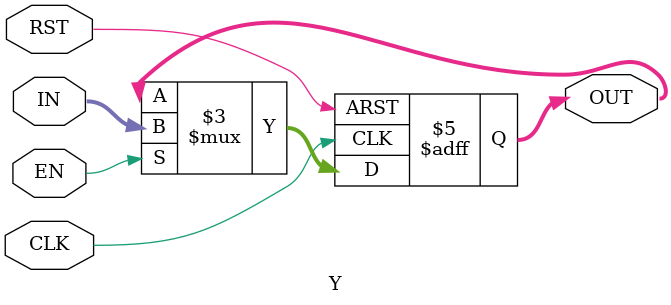
<source format=v>
module Y(
  input CLK,RST,EN,
  input [15:0] IN,
  output reg [15:0] OUT);
  
  always @(negedge CLK, negedge RST)
  begin
  //daca RST este activ, valoarea de ie?ire este resetata la zero
  //daca semnalul EN este activ, valoarea de iesire preia valoarea de intrare IN
     if (!RST) begin
        OUT <= 16'd0;
     end   
   else if (EN) begin
        OUT <= IN;  
   end
  end
  
endmodule


</source>
